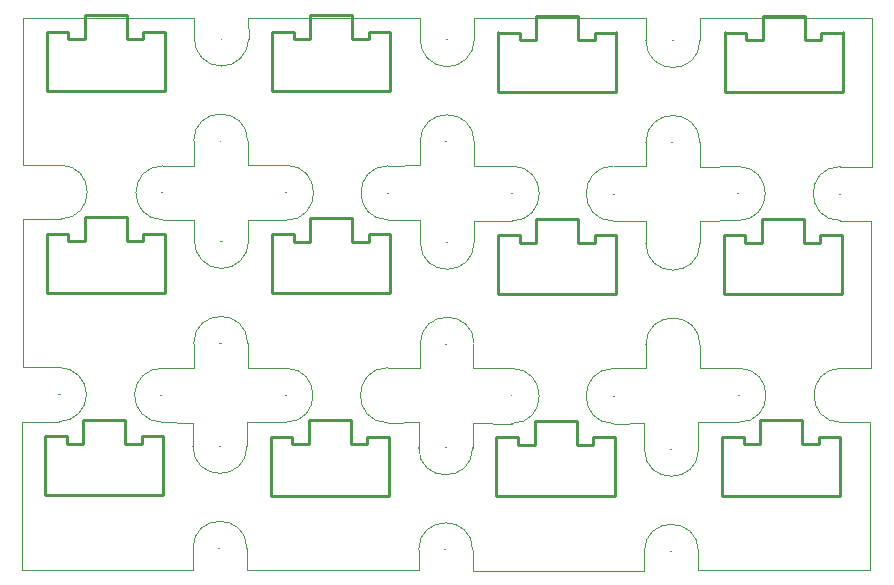
<source format=gbr>
%TF.GenerationSoftware,KiCad,Pcbnew,9.0.2*%
%TF.CreationDate,2025-05-20T13:36:18+01:00*%
%TF.ProjectId,grove_adaptor_panel,67726f76-655f-4616-9461-70746f725f70,rev?*%
%TF.SameCoordinates,Original*%
%TF.FileFunction,OtherDrawing,Comment*%
%FSLAX46Y46*%
G04 Gerber Fmt 4.6, Leading zero omitted, Abs format (unit mm)*
G04 Created by KiCad (PCBNEW 9.0.2) date 2025-05-20 13:36:18*
%MOMM*%
%LPD*%
G01*
G04 APERTURE LIST*
%ADD10C,0.050000*%
%ADD11C,0.254000*%
G04 APERTURE END LIST*
D10*
X94775000Y-98300000D02*
X97917000Y-98300000D01*
X106616500Y-98361500D02*
X109220000Y-98361500D01*
X104276000Y-85817000D02*
X109276000Y-85817000D01*
X94776000Y-90317000D02*
X94776000Y-85817000D01*
X94776000Y-94298000D02*
X94775000Y-98298000D01*
X109276000Y-85817000D02*
X109276000Y-87566500D01*
X109220000Y-96266000D02*
X109220000Y-98361500D01*
X113792000Y-96266000D02*
X113792000Y-98317000D01*
X152079000Y-113534500D02*
X152086500Y-115506500D01*
X94776000Y-111420500D02*
X94776000Y-115420500D01*
X113725000Y-130750000D02*
X113728500Y-132587500D01*
X132838500Y-130877000D02*
X132842000Y-132651500D01*
X151952000Y-131004000D02*
X151955500Y-132587500D01*
X123379500Y-85817000D02*
X128397000Y-85817000D01*
X163960500Y-102997000D02*
X166560500Y-102997000D01*
X106616500Y-102933500D02*
X109283500Y-102933500D01*
X125670000Y-120126500D02*
X128270000Y-120078500D01*
X144783500Y-120190000D02*
X147383500Y-120142000D01*
X164024000Y-120082000D02*
X166459500Y-120078500D01*
X113863879Y-87630000D02*
X113855500Y-85817000D01*
X152093000Y-104900007D02*
X152082500Y-102997000D01*
X94776000Y-107420500D02*
X94776000Y-102870000D01*
X132842000Y-122241000D02*
X132842000Y-120142000D01*
X151955500Y-122368000D02*
X151955500Y-120087500D01*
X119379500Y-85817000D02*
X113855500Y-85817000D01*
X155324500Y-102993500D02*
X152086500Y-102997000D01*
X97975000Y-102869118D02*
X94776000Y-102870000D01*
X117034000Y-120075000D02*
X113728500Y-120078500D01*
X136147500Y-120183000D02*
X132842000Y-120142000D01*
X155388000Y-120078500D02*
X151955500Y-120087500D01*
X128393500Y-96266000D02*
X128397000Y-98317000D01*
X166586500Y-111525500D02*
X166586500Y-115506500D01*
X109220000Y-113411000D02*
X109220000Y-115503000D01*
X128266500Y-130877000D02*
X128270000Y-132587500D01*
X147380000Y-131004000D02*
X147383500Y-132651500D01*
X166459500Y-128587500D02*
X166459500Y-132587500D01*
X128397000Y-85817000D02*
X128397000Y-87630000D01*
X166586500Y-102997000D02*
X166586500Y-107525500D01*
X109283500Y-102933500D02*
X109283501Y-104708001D01*
X128270000Y-120078500D02*
X128270000Y-122241000D01*
X147383500Y-120142000D02*
X147383500Y-122368000D01*
X166459500Y-120078500D02*
X166459500Y-124587500D01*
X113792000Y-98317000D02*
X117034000Y-98317000D01*
X152086500Y-115506500D02*
X155388000Y-115506500D01*
X94776000Y-115420500D02*
X97857000Y-115420500D01*
X113728500Y-132588000D02*
X119252500Y-132587500D01*
X132842000Y-132651500D02*
X138356000Y-132651000D01*
X151955500Y-132587500D02*
X157459500Y-132587500D01*
X125670000Y-98365000D02*
X128379500Y-98317000D01*
X164024000Y-115510000D02*
X166586500Y-115506500D01*
X123252500Y-132587500D02*
X128270000Y-132587500D01*
X142356000Y-132651000D02*
X147383500Y-132651000D01*
X161459500Y-132587500D02*
X166459500Y-132587500D01*
X100276000Y-85817000D02*
X104276000Y-85817000D01*
X119379500Y-85817000D02*
X123379500Y-85817000D01*
X157459500Y-132587500D02*
X161459500Y-132587500D01*
X119252500Y-132587500D02*
X123252500Y-132587500D01*
X138356000Y-132651000D02*
X142356000Y-132651000D01*
X94776000Y-90317000D02*
X94776000Y-94298000D01*
X94776000Y-107420500D02*
X94776000Y-111420500D01*
X166459500Y-124587500D02*
X166459500Y-128587500D01*
X166586500Y-107525500D02*
X166586500Y-111525500D01*
X132969882Y-87693500D02*
G75*
G02*
X128397000Y-87630000I-2286882J0D01*
G01*
X128393500Y-96329500D02*
G75*
G02*
X132965500Y-96329500I2286000J0D01*
G01*
X117034000Y-98317000D02*
G75*
G02*
X117034000Y-102978000I0J-2330500D01*
G01*
X125670000Y-102937000D02*
G75*
G02*
X125670000Y-98365000I0J2286000D01*
G01*
X132842000Y-122241000D02*
G75*
G02*
X128270000Y-122241000I-2286000J0D01*
G01*
X128266500Y-130877000D02*
G75*
G02*
X132838500Y-130877000I2286000J0D01*
G01*
X164024000Y-120082000D02*
G75*
G02*
X164024000Y-115510000I0J2286000D01*
G01*
X155388000Y-115506500D02*
G75*
G02*
X155388000Y-120078500I0J-2286000D01*
G01*
X94649000Y-128565500D02*
X94649000Y-132565500D01*
X104149000Y-132565500D02*
X109149000Y-132565500D01*
X109156500Y-120100000D02*
X109156500Y-122114000D01*
X97853499Y-120014999D02*
X94649000Y-120015000D01*
X94649000Y-124565500D02*
X94649000Y-128565500D01*
X94649000Y-132565500D02*
X100149000Y-132565500D01*
X109153000Y-130750000D02*
X109149000Y-132565500D01*
X94649000Y-124565500D02*
X94649000Y-120015000D01*
X106493000Y-120065345D02*
X109156500Y-120100000D01*
X152093000Y-104900007D02*
G75*
G02*
X147500000Y-104900000I-2296500J1507D01*
G01*
X144783500Y-115522000D02*
X147493000Y-115522000D01*
X132969000Y-104835000D02*
X132969000Y-103022000D01*
X144783500Y-103045000D02*
X147510500Y-103022000D01*
X132905500Y-115522000D02*
X136147500Y-115522000D01*
X132905500Y-113471000D02*
X132905500Y-115522000D01*
X106616500Y-115503000D02*
X109220000Y-115503000D01*
X136147500Y-115522000D02*
G75*
G02*
X136147500Y-120183000I0J-2330500D01*
G01*
X147510500Y-103022000D02*
X147500000Y-104900000D01*
X157670000Y-85877000D02*
X161670000Y-85877000D01*
X147507000Y-113471000D02*
X147510500Y-115522000D01*
X144783500Y-120190000D02*
G75*
G02*
X144783500Y-115522000I0J2334000D01*
G01*
X113856381Y-104771499D02*
G75*
G02*
X109283501Y-104708001I-2286881J-1D01*
G01*
X147507000Y-113534500D02*
G75*
G02*
X152079000Y-113534500I2286000J0D01*
G01*
X136147500Y-103022000D02*
X132969000Y-103022000D01*
X109220000Y-113407500D02*
G75*
G02*
X113792000Y-113407500I2286000J0D01*
G01*
X166687500Y-87693500D02*
X166684000Y-96326000D01*
X100149000Y-132565500D02*
X104149000Y-132565500D01*
X152082500Y-87753500D02*
X152082500Y-85877000D01*
X109220000Y-96266000D02*
G75*
G02*
X113792000Y-96266000I2286000J0D01*
G01*
X147507000Y-96389500D02*
G75*
G02*
X152079000Y-96389500I2286000J0D01*
G01*
X132969000Y-98377000D02*
X136147500Y-98377000D01*
X125670000Y-120126500D02*
G75*
G02*
X125670000Y-115458500I0J2334000D01*
G01*
X109153000Y-130750000D02*
G75*
G02*
X113725000Y-130750000I2286000J0D01*
G01*
X117034000Y-102978000D02*
X113855500Y-102958500D01*
X113792000Y-115458500D02*
X117034000Y-115503000D01*
X144783500Y-103045000D02*
G75*
G02*
X144783500Y-98377000I0J2334000D01*
G01*
X106616500Y-102933500D02*
G75*
G02*
X106616500Y-98361500I0J2286000D01*
G01*
X128397000Y-102958500D02*
X128397000Y-104771500D01*
X157670000Y-85877000D02*
X152146000Y-85877000D01*
X151955500Y-122368000D02*
G75*
G02*
X147383500Y-122368000I-2286000J0D01*
G01*
X97857000Y-115442998D02*
G75*
G02*
X97853499Y-120014999I0J-2286002D01*
G01*
X147510500Y-85877000D02*
X147510500Y-87753500D01*
X155324500Y-98421500D02*
G75*
G02*
X155324500Y-102993500I0J-2286000D01*
G01*
X147507000Y-96389500D02*
X147510500Y-98377000D01*
X113792000Y-113407500D02*
X113792000Y-115458500D01*
X136147500Y-98377000D02*
G75*
G02*
X136147500Y-103038000I0J-2330500D01*
G01*
X152082500Y-98425000D02*
X155324500Y-98421500D01*
X113728500Y-120078500D02*
X113728500Y-122110500D01*
X132965500Y-96329500D02*
X132969000Y-98377000D01*
X144783500Y-98377000D02*
X147493000Y-98377000D01*
X147380000Y-131004000D02*
G75*
G02*
X151952000Y-131004000I2286000J0D01*
G01*
X117034000Y-115503000D02*
G75*
G02*
X117034000Y-120075000I0J-2286000D01*
G01*
X113855500Y-104771500D02*
X113855500Y-102958500D01*
X113728500Y-122114000D02*
G75*
G02*
X109156500Y-122114000I-2286000J0D01*
G01*
X125670000Y-115458500D02*
X128379500Y-115458500D01*
X132969000Y-104835000D02*
G75*
G02*
X128397000Y-104835000I-2286000J0D01*
G01*
X138493000Y-85877000D02*
X142493000Y-85877000D01*
X166684000Y-96326000D02*
X166687500Y-98425000D01*
X109275121Y-87630000D02*
X109275121Y-87630000D01*
X128393500Y-113407500D02*
X128397000Y-115458500D01*
X163960500Y-98425000D02*
X166670000Y-98425000D01*
X132969000Y-87690000D02*
X132969000Y-85877000D01*
X142493000Y-85877000D02*
X147510500Y-85877000D01*
X138493000Y-85877000D02*
X132969000Y-85877000D01*
X166687500Y-85877000D02*
X166687500Y-87690000D01*
X97917000Y-98300000D02*
G75*
G02*
X97956861Y-102867652I0J-2284000D01*
G01*
X100276000Y-85817000D02*
X94776000Y-85817000D01*
X113863879Y-87630000D02*
G75*
G02*
X109276000Y-87566500I-2294379J0D01*
G01*
X152083382Y-87753500D02*
G75*
G02*
X147509618Y-87753500I-2286882J0D01*
G01*
X161670000Y-85877000D02*
X166687500Y-85877000D01*
X152082500Y-96389500D02*
X152082500Y-98425000D01*
X128393500Y-113471000D02*
G75*
G02*
X132965500Y-113471000I2286000J0D01*
G01*
X106493000Y-120065345D02*
G75*
G02*
X106616500Y-115502998I0J2282845D01*
G01*
X125670000Y-102937000D02*
X128397000Y-102958500D01*
X163960500Y-102997000D02*
G75*
G02*
X163960500Y-98425000I0J2286000D01*
G01*
%TO.C,mouse-bite-5mm-slot*%
X97977000Y-100584000D02*
G75*
G02*
X97857000Y-100584000I-60000J0D01*
G01*
X97857000Y-100584000D02*
G75*
G02*
X97977000Y-100584000I60000J0D01*
G01*
X106613000Y-100644000D02*
G75*
G02*
X106493000Y-100644000I-60000J0D01*
G01*
X106493000Y-100644000D02*
G75*
G02*
X106613000Y-100644000I60000J0D01*
G01*
X130679500Y-96329500D02*
G75*
G02*
X130559500Y-96329500I-60000J0D01*
G01*
X130559500Y-96329500D02*
G75*
G02*
X130679500Y-96329500I60000J0D01*
G01*
X130743000Y-87693500D02*
G75*
G02*
X130623000Y-87693500I-60000J0D01*
G01*
X130623000Y-87693500D02*
G75*
G02*
X130743000Y-87693500I60000J0D01*
G01*
X117094000Y-100647500D02*
G75*
G02*
X116974000Y-100647500I-60000J0D01*
G01*
X116974000Y-100647500D02*
G75*
G02*
X117094000Y-100647500I60000J0D01*
G01*
X125730000Y-100711000D02*
G75*
G02*
X125610000Y-100711000I-60000J0D01*
G01*
X125610000Y-100711000D02*
G75*
G02*
X125730000Y-100711000I60000J0D01*
G01*
X130552500Y-130877000D02*
G75*
G02*
X130432500Y-130877000I-60000J0D01*
G01*
X130432500Y-130877000D02*
G75*
G02*
X130552500Y-130877000I60000J0D01*
G01*
X130616000Y-122241000D02*
G75*
G02*
X130496000Y-122241000I-60000J0D01*
G01*
X130496000Y-122241000D02*
G75*
G02*
X130616000Y-122241000I60000J0D01*
G01*
X155448000Y-117792500D02*
G75*
G02*
X155328000Y-117792500I-60000J0D01*
G01*
X155328000Y-117792500D02*
G75*
G02*
X155448000Y-117792500I60000J0D01*
G01*
X164084000Y-117856000D02*
G75*
G02*
X163964000Y-117856000I-60000J0D01*
G01*
X163964000Y-117856000D02*
G75*
G02*
X164084000Y-117856000I60000J0D01*
G01*
X111566000Y-113407500D02*
G75*
G02*
X111446000Y-113407500I-60000J0D01*
G01*
X111446000Y-113407500D02*
G75*
G02*
X111566000Y-113407500I60000J0D01*
G01*
X111626000Y-104771500D02*
G75*
G02*
X111506000Y-104771500I-60000J0D01*
G01*
X111506000Y-104771500D02*
G75*
G02*
X111626000Y-104771500I60000J0D01*
G01*
X155381000Y-100711000D02*
G75*
G02*
X155261000Y-100711000I-60000J0D01*
G01*
X155261000Y-100711000D02*
G75*
G02*
X155381000Y-100711000I60000J0D01*
G01*
X164017000Y-100774500D02*
G75*
G02*
X163897000Y-100774500I-60000J0D01*
G01*
X163897000Y-100774500D02*
G75*
G02*
X164017000Y-100774500I60000J0D01*
G01*
X149793000Y-113534500D02*
G75*
G02*
X149673000Y-113534500I-60000J0D01*
G01*
X149673000Y-113534500D02*
G75*
G02*
X149793000Y-113534500I60000J0D01*
G01*
X149856500Y-104898500D02*
G75*
G02*
X149736500Y-104898500I-60000J0D01*
G01*
X149736500Y-104898500D02*
G75*
G02*
X149856500Y-104898500I60000J0D01*
G01*
X111439000Y-130746500D02*
G75*
G02*
X111319000Y-130746500I-60000J0D01*
G01*
X111319000Y-130746500D02*
G75*
G02*
X111439000Y-130746500I60000J0D01*
G01*
X111502500Y-122110500D02*
G75*
G02*
X111382500Y-122110500I-60000J0D01*
G01*
X111382500Y-122110500D02*
G75*
G02*
X111502500Y-122110500I60000J0D01*
G01*
X149666000Y-131004000D02*
G75*
G02*
X149546000Y-131004000I-60000J0D01*
G01*
X149546000Y-131004000D02*
G75*
G02*
X149666000Y-131004000I60000J0D01*
G01*
X149729500Y-122368000D02*
G75*
G02*
X149609500Y-122368000I-60000J0D01*
G01*
X149609500Y-122368000D02*
G75*
G02*
X149729500Y-122368000I60000J0D01*
G01*
X130679500Y-113471000D02*
G75*
G02*
X130559500Y-113471000I-60000J0D01*
G01*
X130559500Y-113471000D02*
G75*
G02*
X130679500Y-113471000I60000J0D01*
G01*
X130743000Y-104835000D02*
G75*
G02*
X130623000Y-104835000I-60000J0D01*
G01*
X130623000Y-104835000D02*
G75*
G02*
X130743000Y-104835000I60000J0D01*
G01*
X136207500Y-117852500D02*
G75*
G02*
X136087500Y-117852500I-60000J0D01*
G01*
X136087500Y-117852500D02*
G75*
G02*
X136207500Y-117852500I60000J0D01*
G01*
X144843500Y-117916000D02*
G75*
G02*
X144723500Y-117916000I-60000J0D01*
G01*
X144723500Y-117916000D02*
G75*
G02*
X144843500Y-117916000I60000J0D01*
G01*
X111566000Y-96266000D02*
G75*
G02*
X111446000Y-96266000I-60000J0D01*
G01*
X111446000Y-96266000D02*
G75*
G02*
X111566000Y-96266000I60000J0D01*
G01*
X111626000Y-87630000D02*
G75*
G02*
X111506000Y-87630000I-60000J0D01*
G01*
X111506000Y-87630000D02*
G75*
G02*
X111626000Y-87630000I60000J0D01*
G01*
X97917000Y-117729000D02*
G75*
G02*
X97797000Y-117729000I-60000J0D01*
G01*
X97797000Y-117729000D02*
G75*
G02*
X97917000Y-117729000I60000J0D01*
G01*
X106553000Y-117792500D02*
G75*
G02*
X106433000Y-117792500I-60000J0D01*
G01*
X106433000Y-117792500D02*
G75*
G02*
X106553000Y-117792500I60000J0D01*
G01*
X117094000Y-117789000D02*
G75*
G02*
X116974000Y-117789000I-60000J0D01*
G01*
X116974000Y-117789000D02*
G75*
G02*
X117094000Y-117789000I60000J0D01*
G01*
X125730000Y-117852500D02*
G75*
G02*
X125610000Y-117852500I-60000J0D01*
G01*
X125610000Y-117852500D02*
G75*
G02*
X125730000Y-117852500I60000J0D01*
G01*
X149793000Y-96389500D02*
G75*
G02*
X149673000Y-96389500I-60000J0D01*
G01*
X149673000Y-96389500D02*
G75*
G02*
X149793000Y-96389500I60000J0D01*
G01*
X149856500Y-87753500D02*
G75*
G02*
X149736500Y-87753500I-60000J0D01*
G01*
X149736500Y-87753500D02*
G75*
G02*
X149856500Y-87753500I60000J0D01*
G01*
D11*
%TO.C,J2*%
X96776000Y-87017000D02*
X96776000Y-92017000D01*
X96776000Y-92017000D02*
X106776000Y-92017000D01*
X96823000Y-87023000D02*
X98601000Y-87023000D01*
X98601000Y-87023000D02*
X98601000Y-87658000D01*
X98601000Y-87658000D02*
X99998000Y-87658000D01*
X99998000Y-85626000D02*
X103554000Y-85626000D01*
X99998000Y-87658000D02*
X99998000Y-85626000D01*
X103554000Y-85626000D02*
X103554000Y-87658000D01*
X103554000Y-87658000D02*
X104951000Y-87658000D01*
X104951000Y-87023000D02*
X106729000Y-87023000D01*
X104951000Y-87658000D02*
X104951000Y-87023000D01*
X106776000Y-92017000D02*
X106776000Y-87017000D01*
X115879500Y-87017000D02*
X115879500Y-92017000D01*
X115879500Y-92017000D02*
X125879500Y-92017000D01*
X115926500Y-87023000D02*
X117704500Y-87023000D01*
X117704500Y-87023000D02*
X117704500Y-87658000D01*
X117704500Y-87658000D02*
X119101500Y-87658000D01*
X119101500Y-85626000D02*
X122657500Y-85626000D01*
X119101500Y-87658000D02*
X119101500Y-85626000D01*
X122657500Y-85626000D02*
X122657500Y-87658000D01*
X122657500Y-87658000D02*
X124054500Y-87658000D01*
X124054500Y-87023000D02*
X125832500Y-87023000D01*
X124054500Y-87658000D02*
X124054500Y-87023000D01*
X125879500Y-92017000D02*
X125879500Y-87017000D01*
X154086500Y-104225500D02*
X154086500Y-109225500D01*
X154086500Y-109225500D02*
X164086500Y-109225500D01*
X154133500Y-104231500D02*
X155911500Y-104231500D01*
X155911500Y-104231500D02*
X155911500Y-104866500D01*
X155911500Y-104866500D02*
X157308500Y-104866500D01*
X157308500Y-102834500D02*
X160864500Y-102834500D01*
X157308500Y-104866500D02*
X157308500Y-102834500D01*
X160864500Y-102834500D02*
X160864500Y-104866500D01*
X160864500Y-104866500D02*
X162261500Y-104866500D01*
X162261500Y-104231500D02*
X164039500Y-104231500D01*
X162261500Y-104866500D02*
X162261500Y-104231500D01*
X164086500Y-109225500D02*
X164086500Y-104225500D01*
X96776000Y-104120500D02*
X96776000Y-109120500D01*
X96776000Y-109120500D02*
X106776000Y-109120500D01*
X96823000Y-104126500D02*
X98601000Y-104126500D01*
X98601000Y-104126500D02*
X98601000Y-104761500D01*
X98601000Y-104761500D02*
X99998000Y-104761500D01*
X99998000Y-102729500D02*
X103554000Y-102729500D01*
X99998000Y-104761500D02*
X99998000Y-102729500D01*
X103554000Y-102729500D02*
X103554000Y-104761500D01*
X103554000Y-104761500D02*
X104951000Y-104761500D01*
X104951000Y-104126500D02*
X106729000Y-104126500D01*
X104951000Y-104761500D02*
X104951000Y-104126500D01*
X106776000Y-109120500D02*
X106776000Y-104120500D01*
X115752500Y-121287500D02*
X115752500Y-126287500D01*
X115752500Y-126287500D02*
X125752500Y-126287500D01*
X115799500Y-121293500D02*
X117577500Y-121293500D01*
X117577500Y-121293500D02*
X117577500Y-121928500D01*
X117577500Y-121928500D02*
X118974500Y-121928500D01*
X118974500Y-119896500D02*
X122530500Y-119896500D01*
X118974500Y-121928500D02*
X118974500Y-119896500D01*
X122530500Y-119896500D02*
X122530500Y-121928500D01*
X122530500Y-121928500D02*
X123927500Y-121928500D01*
X123927500Y-121293500D02*
X125705500Y-121293500D01*
X123927500Y-121928500D02*
X123927500Y-121293500D01*
X125752500Y-126287500D02*
X125752500Y-121287500D01*
X134856000Y-121351000D02*
X134856000Y-126351000D01*
X134856000Y-126351000D02*
X144856000Y-126351000D01*
X134903000Y-121357000D02*
X136681000Y-121357000D01*
X136681000Y-121357000D02*
X136681000Y-121992000D01*
X136681000Y-121992000D02*
X138078000Y-121992000D01*
X138078000Y-119960000D02*
X141634000Y-119960000D01*
X138078000Y-121992000D02*
X138078000Y-119960000D01*
X141634000Y-119960000D02*
X141634000Y-121992000D01*
X141634000Y-121992000D02*
X143031000Y-121992000D01*
X143031000Y-121357000D02*
X144809000Y-121357000D01*
X143031000Y-121992000D02*
X143031000Y-121357000D01*
X144856000Y-126351000D02*
X144856000Y-121351000D01*
X153959500Y-121287500D02*
X153959500Y-126287500D01*
X153959500Y-126287500D02*
X163959500Y-126287500D01*
X154006500Y-121293500D02*
X155784500Y-121293500D01*
X155784500Y-121293500D02*
X155784500Y-121928500D01*
X155784500Y-121928500D02*
X157181500Y-121928500D01*
X157181500Y-119896500D02*
X160737500Y-119896500D01*
X157181500Y-121928500D02*
X157181500Y-119896500D01*
X160737500Y-119896500D02*
X160737500Y-121928500D01*
X160737500Y-121928500D02*
X162134500Y-121928500D01*
X162134500Y-121293500D02*
X163912500Y-121293500D01*
X162134500Y-121928500D02*
X162134500Y-121293500D01*
X163959500Y-126287500D02*
X163959500Y-121287500D01*
X96649000Y-121265500D02*
X96649000Y-126265500D01*
X96649000Y-126265500D02*
X106649000Y-126265500D01*
X96696000Y-121271500D02*
X98474000Y-121271500D01*
X98474000Y-121271500D02*
X98474000Y-121906500D01*
X98474000Y-121906500D02*
X99871000Y-121906500D01*
X99871000Y-119874500D02*
X103427000Y-119874500D01*
X99871000Y-121906500D02*
X99871000Y-119874500D01*
X103427000Y-119874500D02*
X103427000Y-121906500D01*
X103427000Y-121906500D02*
X104824000Y-121906500D01*
X104824000Y-121271500D02*
X106602000Y-121271500D01*
X104824000Y-121906500D02*
X104824000Y-121271500D01*
X106649000Y-126265500D02*
X106649000Y-121265500D01*
X134993000Y-104222000D02*
X134993000Y-109222000D01*
X134993000Y-109222000D02*
X144993000Y-109222000D01*
X135040000Y-104228000D02*
X136818000Y-104228000D01*
X136818000Y-104228000D02*
X136818000Y-104863000D01*
X136818000Y-104863000D02*
X138215000Y-104863000D01*
X138215000Y-102831000D02*
X141771000Y-102831000D01*
X138215000Y-104863000D02*
X138215000Y-102831000D01*
X141771000Y-102831000D02*
X141771000Y-104863000D01*
X141771000Y-104863000D02*
X143168000Y-104863000D01*
X143168000Y-104228000D02*
X144946000Y-104228000D01*
X143168000Y-104863000D02*
X143168000Y-104228000D01*
X144993000Y-109222000D02*
X144993000Y-104222000D01*
X154170000Y-87077000D02*
X154170000Y-92077000D01*
X154170000Y-92077000D02*
X164170000Y-92077000D01*
X154217000Y-87083000D02*
X155995000Y-87083000D01*
X155995000Y-87083000D02*
X155995000Y-87718000D01*
X155995000Y-87718000D02*
X157392000Y-87718000D01*
X157392000Y-85686000D02*
X160948000Y-85686000D01*
X157392000Y-87718000D02*
X157392000Y-85686000D01*
X160948000Y-85686000D02*
X160948000Y-87718000D01*
X160948000Y-87718000D02*
X162345000Y-87718000D01*
X162345000Y-87083000D02*
X164123000Y-87083000D01*
X162345000Y-87718000D02*
X162345000Y-87083000D01*
X164170000Y-92077000D02*
X164170000Y-87077000D01*
X115879500Y-104158500D02*
X115879500Y-109158500D01*
X115879500Y-109158500D02*
X125879500Y-109158500D01*
X115926500Y-104164500D02*
X117704500Y-104164500D01*
X117704500Y-104164500D02*
X117704500Y-104799500D01*
X117704500Y-104799500D02*
X119101500Y-104799500D01*
X119101500Y-102767500D02*
X122657500Y-102767500D01*
X119101500Y-104799500D02*
X119101500Y-102767500D01*
X122657500Y-102767500D02*
X122657500Y-104799500D01*
X122657500Y-104799500D02*
X124054500Y-104799500D01*
X124054500Y-104164500D02*
X125832500Y-104164500D01*
X124054500Y-104799500D02*
X124054500Y-104164500D01*
X125879500Y-109158500D02*
X125879500Y-104158500D01*
X134993000Y-87077000D02*
X134993000Y-92077000D01*
X134993000Y-92077000D02*
X144993000Y-92077000D01*
X135040000Y-87083000D02*
X136818000Y-87083000D01*
X136818000Y-87083000D02*
X136818000Y-87718000D01*
X136818000Y-87718000D02*
X138215000Y-87718000D01*
X138215000Y-85686000D02*
X141771000Y-85686000D01*
X138215000Y-87718000D02*
X138215000Y-85686000D01*
X141771000Y-85686000D02*
X141771000Y-87718000D01*
X141771000Y-87718000D02*
X143168000Y-87718000D01*
X143168000Y-87083000D02*
X144946000Y-87083000D01*
X143168000Y-87718000D02*
X143168000Y-87083000D01*
X144993000Y-92077000D02*
X144993000Y-87077000D01*
D10*
%TO.C,mouse-bite-5mm-slot*%
X136207500Y-100707500D02*
G75*
G02*
X136087500Y-100707500I-60000J0D01*
G01*
X136087500Y-100707500D02*
G75*
G02*
X136207500Y-100707500I60000J0D01*
G01*
X144843500Y-100771000D02*
G75*
G02*
X144723500Y-100771000I-60000J0D01*
G01*
X144723500Y-100771000D02*
G75*
G02*
X144843500Y-100771000I60000J0D01*
G01*
%TD*%
M02*

</source>
